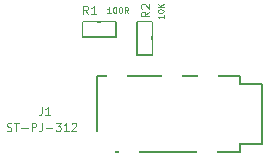
<source format=gto>
G04 #@! TF.FileFunction,Legend,Top*
%FSLAX46Y46*%
G04 Gerber Fmt 4.6, Leading zero omitted, Abs format (unit mm)*
G04 Created by KiCad (PCBNEW 4.0.1-stable) date 2016/07/21 14:16:58*
%MOMM*%
G01*
G04 APERTURE LIST*
%ADD10C,0.100000*%
%ADD11C,0.127000*%
%ADD12C,0.050000*%
%ADD13R,1.670000X3.702000*%
%ADD14R,1.670000X2.686000*%
%ADD15R,1.670000X3.194000*%
%ADD16R,1.289000X1.289000*%
G04 APERTURE END LIST*
D10*
D11*
X132820000Y-87010000D02*
X130915000Y-87010000D01*
X130915000Y-92090000D02*
X132820000Y-92090000D01*
X132820000Y-92090000D02*
X132820000Y-87010000D01*
X130920000Y-86950000D02*
X130920000Y-86375000D01*
X130920000Y-86375000D02*
X129020000Y-86375000D01*
X127420000Y-86350000D02*
X126020000Y-86350000D01*
X124420000Y-86350000D02*
X121220000Y-86350000D01*
X119720000Y-86350000D02*
X118820000Y-86350000D01*
X118820000Y-86350000D02*
X118820000Y-91150000D01*
X120220000Y-92750000D02*
X120720000Y-92750000D01*
X122320000Y-92750000D02*
X127320000Y-92750000D01*
X128920000Y-92750000D02*
X130920000Y-92750000D01*
X130920000Y-92750000D02*
X130920000Y-92050000D01*
X117653000Y-81765000D02*
X120447000Y-81765000D01*
X120447000Y-81765000D02*
X120447000Y-83035000D01*
X120447000Y-83035000D02*
X117653000Y-83035000D01*
X117653000Y-83035000D02*
X117653000Y-81765000D01*
X122265000Y-84547000D02*
X122265000Y-81753000D01*
X122265000Y-81753000D02*
X123535000Y-81753000D01*
X123535000Y-81753000D02*
X123535000Y-84547000D01*
X123535000Y-84547000D02*
X122265000Y-84547000D01*
D12*
X114166667Y-88966667D02*
X114166667Y-89466667D01*
X114133333Y-89566667D01*
X114066667Y-89633333D01*
X113966667Y-89666667D01*
X113900000Y-89666667D01*
X114866666Y-89666667D02*
X114466666Y-89666667D01*
X114666666Y-89666667D02*
X114666666Y-88966667D01*
X114600000Y-89066667D01*
X114533333Y-89133333D01*
X114466666Y-89166667D01*
X111199999Y-90983333D02*
X111299999Y-91016667D01*
X111466666Y-91016667D01*
X111533333Y-90983333D01*
X111566666Y-90950000D01*
X111599999Y-90883333D01*
X111599999Y-90816667D01*
X111566666Y-90750000D01*
X111533333Y-90716667D01*
X111466666Y-90683333D01*
X111333333Y-90650000D01*
X111266666Y-90616667D01*
X111233333Y-90583333D01*
X111199999Y-90516667D01*
X111199999Y-90450000D01*
X111233333Y-90383333D01*
X111266666Y-90350000D01*
X111333333Y-90316667D01*
X111499999Y-90316667D01*
X111599999Y-90350000D01*
X111800000Y-90316667D02*
X112200000Y-90316667D01*
X112000000Y-91016667D02*
X112000000Y-90316667D01*
X112433333Y-90750000D02*
X112966666Y-90750000D01*
X113300000Y-91016667D02*
X113300000Y-90316667D01*
X113566666Y-90316667D01*
X113633333Y-90350000D01*
X113666666Y-90383333D01*
X113700000Y-90450000D01*
X113700000Y-90550000D01*
X113666666Y-90616667D01*
X113633333Y-90650000D01*
X113566666Y-90683333D01*
X113300000Y-90683333D01*
X114200000Y-90316667D02*
X114200000Y-90816667D01*
X114166666Y-90916667D01*
X114100000Y-90983333D01*
X114000000Y-91016667D01*
X113933333Y-91016667D01*
X114533333Y-90750000D02*
X115066666Y-90750000D01*
X115333333Y-90316667D02*
X115766666Y-90316667D01*
X115533333Y-90583333D01*
X115633333Y-90583333D01*
X115700000Y-90616667D01*
X115733333Y-90650000D01*
X115766666Y-90716667D01*
X115766666Y-90883333D01*
X115733333Y-90950000D01*
X115700000Y-90983333D01*
X115633333Y-91016667D01*
X115433333Y-91016667D01*
X115366666Y-90983333D01*
X115333333Y-90950000D01*
X116433333Y-91016667D02*
X116033333Y-91016667D01*
X116233333Y-91016667D02*
X116233333Y-90316667D01*
X116166667Y-90416667D01*
X116100000Y-90483333D01*
X116033333Y-90516667D01*
X116700000Y-90383333D02*
X116733334Y-90350000D01*
X116800000Y-90316667D01*
X116966667Y-90316667D01*
X117033334Y-90350000D01*
X117066667Y-90383333D01*
X117100000Y-90450000D01*
X117100000Y-90516667D01*
X117066667Y-90616667D01*
X116666667Y-91016667D01*
X117100000Y-91016667D01*
X118083334Y-81116667D02*
X117850000Y-80783333D01*
X117683334Y-81116667D02*
X117683334Y-80416667D01*
X117950000Y-80416667D01*
X118016667Y-80450000D01*
X118050000Y-80483333D01*
X118083334Y-80550000D01*
X118083334Y-80650000D01*
X118050000Y-80716667D01*
X118016667Y-80750000D01*
X117950000Y-80783333D01*
X117683334Y-80783333D01*
X118750000Y-81116667D02*
X118350000Y-81116667D01*
X118550000Y-81116667D02*
X118550000Y-80416667D01*
X118483334Y-80516667D01*
X118416667Y-80583333D01*
X118350000Y-80616667D01*
X120016667Y-81026190D02*
X119730953Y-81026190D01*
X119873810Y-81026190D02*
X119873810Y-80526190D01*
X119826191Y-80597619D01*
X119778572Y-80645238D01*
X119730953Y-80669048D01*
X120326191Y-80526190D02*
X120373810Y-80526190D01*
X120421429Y-80550000D01*
X120445238Y-80573810D01*
X120469048Y-80621429D01*
X120492857Y-80716667D01*
X120492857Y-80835714D01*
X120469048Y-80930952D01*
X120445238Y-80978571D01*
X120421429Y-81002381D01*
X120373810Y-81026190D01*
X120326191Y-81026190D01*
X120278572Y-81002381D01*
X120254762Y-80978571D01*
X120230953Y-80930952D01*
X120207143Y-80835714D01*
X120207143Y-80716667D01*
X120230953Y-80621429D01*
X120254762Y-80573810D01*
X120278572Y-80550000D01*
X120326191Y-80526190D01*
X120802381Y-80526190D02*
X120850000Y-80526190D01*
X120897619Y-80550000D01*
X120921428Y-80573810D01*
X120945238Y-80621429D01*
X120969047Y-80716667D01*
X120969047Y-80835714D01*
X120945238Y-80930952D01*
X120921428Y-80978571D01*
X120897619Y-81002381D01*
X120850000Y-81026190D01*
X120802381Y-81026190D01*
X120754762Y-81002381D01*
X120730952Y-80978571D01*
X120707143Y-80930952D01*
X120683333Y-80835714D01*
X120683333Y-80716667D01*
X120707143Y-80621429D01*
X120730952Y-80573810D01*
X120754762Y-80550000D01*
X120802381Y-80526190D01*
X121469047Y-81026190D02*
X121302380Y-80788095D01*
X121183333Y-81026190D02*
X121183333Y-80526190D01*
X121373809Y-80526190D01*
X121421428Y-80550000D01*
X121445237Y-80573810D01*
X121469047Y-80621429D01*
X121469047Y-80692857D01*
X121445237Y-80740476D01*
X121421428Y-80764286D01*
X121373809Y-80788095D01*
X121183333Y-80788095D01*
X123266667Y-80916666D02*
X122933333Y-81150000D01*
X123266667Y-81316666D02*
X122566667Y-81316666D01*
X122566667Y-81050000D01*
X122600000Y-80983333D01*
X122633333Y-80950000D01*
X122700000Y-80916666D01*
X122800000Y-80916666D01*
X122866667Y-80950000D01*
X122900000Y-80983333D01*
X122933333Y-81050000D01*
X122933333Y-81316666D01*
X122633333Y-80650000D02*
X122600000Y-80616666D01*
X122566667Y-80550000D01*
X122566667Y-80383333D01*
X122600000Y-80316666D01*
X122633333Y-80283333D01*
X122700000Y-80250000D01*
X122766667Y-80250000D01*
X122866667Y-80283333D01*
X123266667Y-80683333D01*
X123266667Y-80250000D01*
X124476190Y-81195238D02*
X124476190Y-81480952D01*
X124476190Y-81338095D02*
X123976190Y-81338095D01*
X124047619Y-81385714D01*
X124095238Y-81433333D01*
X124119048Y-81480952D01*
X123976190Y-80885714D02*
X123976190Y-80838095D01*
X124000000Y-80790476D01*
X124023810Y-80766667D01*
X124071429Y-80742857D01*
X124166667Y-80719048D01*
X124285714Y-80719048D01*
X124380952Y-80742857D01*
X124428571Y-80766667D01*
X124452381Y-80790476D01*
X124476190Y-80838095D01*
X124476190Y-80885714D01*
X124452381Y-80933333D01*
X124428571Y-80957143D01*
X124380952Y-80980952D01*
X124285714Y-81004762D01*
X124166667Y-81004762D01*
X124071429Y-80980952D01*
X124023810Y-80957143D01*
X124000000Y-80933333D01*
X123976190Y-80885714D01*
X124476190Y-80504762D02*
X123976190Y-80504762D01*
X124476190Y-80219048D02*
X124190476Y-80433334D01*
X123976190Y-80219048D02*
X124261905Y-80504762D01*
%LPC*%
D13*
X119485000Y-92979000D03*
D14*
X121517000Y-93487000D03*
D15*
X128121000Y-93233000D03*
D14*
X120501000Y-85613000D03*
X125200000Y-85613000D03*
X128248000Y-85613000D03*
D16*
X118288000Y-82400000D03*
X119812000Y-82400000D03*
X122900000Y-83912000D03*
X122900000Y-82388000D03*
M02*

</source>
